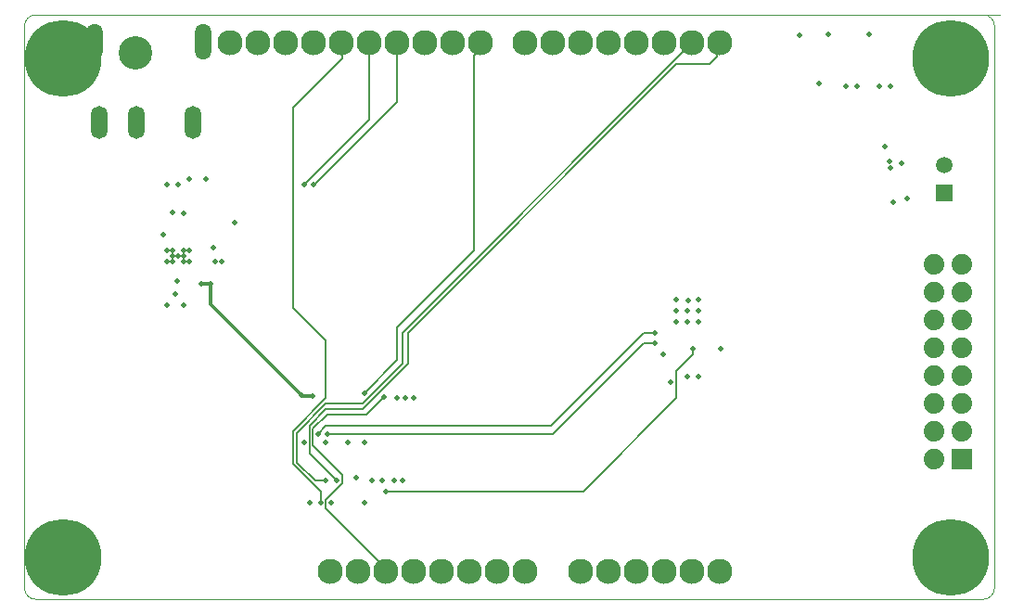
<source format=gbl>
G04*
G04 #@! TF.GenerationSoftware,Altium Limited,Altium Designer,24.5.2 (23)*
G04*
G04 Layer_Physical_Order=4*
G04 Layer_Color=16711680*
%FSLAX25Y25*%
%MOIN*%
G70*
G04*
G04 #@! TF.SameCoordinates,F16C448E-738A-4C22-B855-8D49D10EB716*
G04*
G04*
G04 #@! TF.FilePolarity,Positive*
G04*
G01*
G75*
%ADD12C,0.00600*%
%ADD14C,0.01200*%
%ADD20C,0.00100*%
%ADD65C,0.27559*%
%ADD66C,0.07400*%
%ADD67R,0.07400X0.07400*%
%ADD68C,0.09055*%
%ADD69R,0.05937X0.05937*%
%ADD70C,0.05937*%
%ADD71C,0.12000*%
%ADD72O,0.05906X0.11811*%
%ADD73O,0.05906X0.12992*%
%ADD75C,0.02000*%
D12*
X1089443Y697230D02*
Y767297D01*
X1061884Y657860D02*
Y669671D01*
X1089443Y697230D01*
X1065821Y667702D02*
X1162278Y764159D01*
X1065821Y656539D02*
Y667702D01*
X1049426Y640143D02*
X1065821Y656539D01*
X1063853Y667702D02*
X1167963Y771813D01*
X1049440Y642112D02*
X1063853Y656524D01*
Y667702D01*
X1050073Y646049D02*
X1061884Y657860D01*
X1028420Y720852D02*
X1051963Y744395D01*
Y771876D01*
X1032082Y721120D02*
X1032625D01*
X1061963Y750458D01*
X1031814Y720852D02*
X1032082Y721120D01*
X1061963Y750458D02*
Y771876D01*
X1042199Y766128D02*
Y771639D01*
X1024483Y676561D02*
Y748411D01*
X1042199Y766128D01*
X1036294Y644080D02*
Y664750D01*
X1024483Y676561D02*
X1036294Y664750D01*
X1024483Y620458D02*
X1034325Y610616D01*
X1024483Y632269D02*
X1036294Y644080D01*
X1024483Y620458D02*
Y632269D01*
X1025868Y621041D02*
Y631686D01*
Y621041D02*
X1032357Y614553D01*
X1036294D01*
X1025868Y631686D02*
X1036294Y642112D01*
X1031597Y627124D02*
Y633108D01*
X1036664Y638175D02*
X1050650D01*
X1031597Y633108D02*
X1036664Y638175D01*
X1030388Y634238D02*
X1036294Y640143D01*
X1030388Y624395D02*
Y634238D01*
X1036294Y640143D02*
X1049426D01*
X1036294Y642112D02*
X1049440D01*
X1036294Y607668D02*
X1042306Y613680D01*
X1031597Y627124D02*
X1042306Y616415D01*
Y613680D02*
Y616415D01*
X1036294Y604710D02*
Y607668D01*
Y604710D02*
X1057963Y583041D01*
Y581876D02*
Y583041D01*
X1050650Y638175D02*
X1057143Y644668D01*
X1162278Y653923D02*
X1168229Y659874D01*
Y661983D01*
X1162278Y644080D02*
Y653923D01*
X1057947Y610616D02*
X1128813D01*
X1162278Y644080D01*
X1041963Y771876D02*
X1042199Y771639D01*
X1034325Y606679D02*
Y610616D01*
X1089443Y767297D02*
X1091963Y769816D01*
Y771876D01*
X1174089Y764159D02*
X1176729Y766799D01*
Y770642D02*
X1177963Y771876D01*
X1176729Y766799D02*
Y770642D01*
X1162278Y764159D02*
X1174089D01*
X1030388Y624395D02*
X1040231Y614553D01*
X1167963Y771813D02*
Y771876D01*
X1150467Y667702D02*
X1154404D01*
X1117002Y634238D02*
X1150467Y667702D01*
X1036294Y634238D02*
X1117002D01*
X1033438Y631080D02*
Y631382D01*
X1036294Y634238D01*
X1150467Y663765D02*
X1154404D01*
X1117815Y631114D02*
X1150467Y663765D01*
X1036840Y631114D02*
X1117815D01*
D14*
X994830Y685392D02*
X994873Y685348D01*
X991487Y685392D02*
X994830D01*
X994873Y677973D02*
Y685348D01*
Y677973D02*
X1027609Y645238D01*
X1027825D02*
X1028172Y644891D01*
X1031546D01*
X1027609Y645238D02*
X1027825D01*
D20*
X1276514Y777976D02*
G03*
X1272514Y781876I-3950J-50D01*
G01*
X1272614Y571876D02*
G03*
X1276514Y575876I-50J3950D01*
G01*
X927963Y575876D02*
G03*
X931963Y571876I4000J0D01*
G01*
Y781876D02*
G03*
X927963Y777976I-50J-3950D01*
G01*
X1276514Y575876D02*
Y777976D01*
X1181963Y781876D02*
X1278420D01*
X931963D02*
X1181963D01*
X931963Y571876D02*
X1272614D01*
X927963Y575876D02*
Y777976D01*
D65*
X941805Y766128D02*
D03*
X941805Y586994D02*
D03*
X1260703D02*
D03*
Y766128D02*
D03*
D66*
X1254798Y692112D02*
D03*
X1264798D02*
D03*
X1254798Y682112D02*
D03*
X1264798D02*
D03*
X1254798Y652112D02*
D03*
Y642112D02*
D03*
Y632112D02*
D03*
Y622112D02*
D03*
X1264798Y652112D02*
D03*
Y642112D02*
D03*
Y632112D02*
D03*
Y662112D02*
D03*
Y672112D02*
D03*
X1254798Y662112D02*
D03*
Y672112D02*
D03*
D67*
X1264798Y622112D02*
D03*
D68*
X1037963Y581876D02*
D03*
X1047963D02*
D03*
X1057963D02*
D03*
X1067963D02*
D03*
X1077963D02*
D03*
X1087963D02*
D03*
X1097963D02*
D03*
X1107963D02*
D03*
X1127963D02*
D03*
X1137963D02*
D03*
X1147963D02*
D03*
X1157963D02*
D03*
X1167963D02*
D03*
X1177963D02*
D03*
X1091963Y771876D02*
D03*
X1081963D02*
D03*
X1071963D02*
D03*
X1061963D02*
D03*
X1051963D02*
D03*
X1041963D02*
D03*
X1031963D02*
D03*
X1021963D02*
D03*
X1011963D02*
D03*
X1001963D02*
D03*
X1177963D02*
D03*
X1167963D02*
D03*
X1157963D02*
D03*
X1147963D02*
D03*
X1137963D02*
D03*
X1127963D02*
D03*
X1117963D02*
D03*
X1107963D02*
D03*
D69*
X1258636Y717899D02*
D03*
D70*
Y727742D02*
D03*
D71*
X967743Y768194D02*
D03*
D72*
X954751Y743391D02*
D03*
X968137D02*
D03*
X988609D02*
D03*
D73*
X992152Y772131D02*
D03*
X953176D02*
D03*
D75*
X1031814Y720852D02*
D03*
X1028420D02*
D03*
X985113Y677545D02*
D03*
X979207D02*
D03*
X1242987Y728726D02*
D03*
X1238944Y729391D02*
D03*
X1239050Y726757D02*
D03*
X1237081Y734631D02*
D03*
X1028420Y628332D02*
D03*
X1036294D02*
D03*
X1044168D02*
D03*
X1050073D02*
D03*
X1063853Y614553D02*
D03*
X1060900D02*
D03*
X1056471D02*
D03*
X1052780D02*
D03*
X1168229Y661983D02*
D03*
X1033438Y631080D02*
D03*
X1036840Y631114D02*
D03*
X1157340Y659867D02*
D03*
X1154404Y663765D02*
D03*
Y667702D02*
D03*
X1034325Y606679D02*
D03*
X1031546Y644891D02*
D03*
X1027609Y645238D02*
D03*
X1003617Y707269D02*
D03*
X1064813Y644074D02*
D03*
X1067790Y644080D02*
D03*
X1061884D02*
D03*
X1057143Y644668D02*
D03*
X1050073Y646049D02*
D03*
X1047294Y615679D02*
D03*
X1050073Y606679D02*
D03*
X1036294Y614553D02*
D03*
X1040231D02*
D03*
X1030388Y606679D02*
D03*
X1038262D02*
D03*
X1057947Y610616D02*
D03*
X1235113Y756285D02*
D03*
X1239050D02*
D03*
X1223302D02*
D03*
X1227239D02*
D03*
X1160309Y649986D02*
D03*
X1166215Y651954D02*
D03*
X1170152D02*
D03*
X1178026Y661797D02*
D03*
X981176Y695261D02*
D03*
X985113D02*
D03*
X991487Y685392D02*
D03*
X994873Y685348D02*
D03*
X1213503Y757174D02*
D03*
X1206459Y774659D02*
D03*
X1216868Y774823D02*
D03*
X1245099Y715974D02*
D03*
X1240206Y714437D02*
D03*
X1231361Y774783D02*
D03*
X992987Y722821D02*
D03*
X987081D02*
D03*
X983144Y720852D02*
D03*
X979207D02*
D03*
X985248Y710691D02*
D03*
X981200Y710739D02*
D03*
X977826Y702843D02*
D03*
X982857Y686136D02*
D03*
X982019Y681528D02*
D03*
X995741Y698283D02*
D03*
X996357Y693285D02*
D03*
X998892Y693293D02*
D03*
X979207D02*
D03*
Y697230D02*
D03*
X981176D02*
D03*
Y693293D02*
D03*
X987081D02*
D03*
Y697230D02*
D03*
X985113Y693293D02*
D03*
Y697230D02*
D03*
X983144Y695261D02*
D03*
X1166215Y671639D02*
D03*
X1166325Y679293D02*
D03*
X1170152Y675576D02*
D03*
X1162278D02*
D03*
Y679513D02*
D03*
X1170152D02*
D03*
Y671639D02*
D03*
X1162278D02*
D03*
X1166215Y675576D02*
D03*
M02*

</source>
